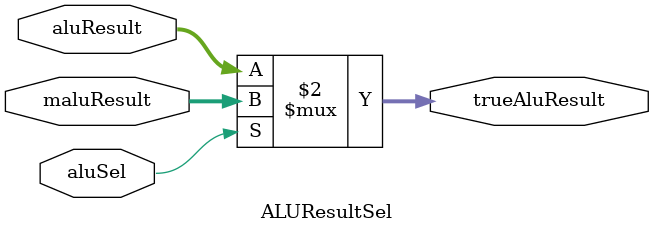
<source format=v>
`timescale 1ns / 1ps
module ALUResultSel(
    input [31:0] aluResult,
    input [31:0] maluResult,
    input aluSel,
    output [31:0] trueAluResult
    );

assign trueAluResult = (aluSel==1) ? maluResult : aluResult;

endmodule

</source>
